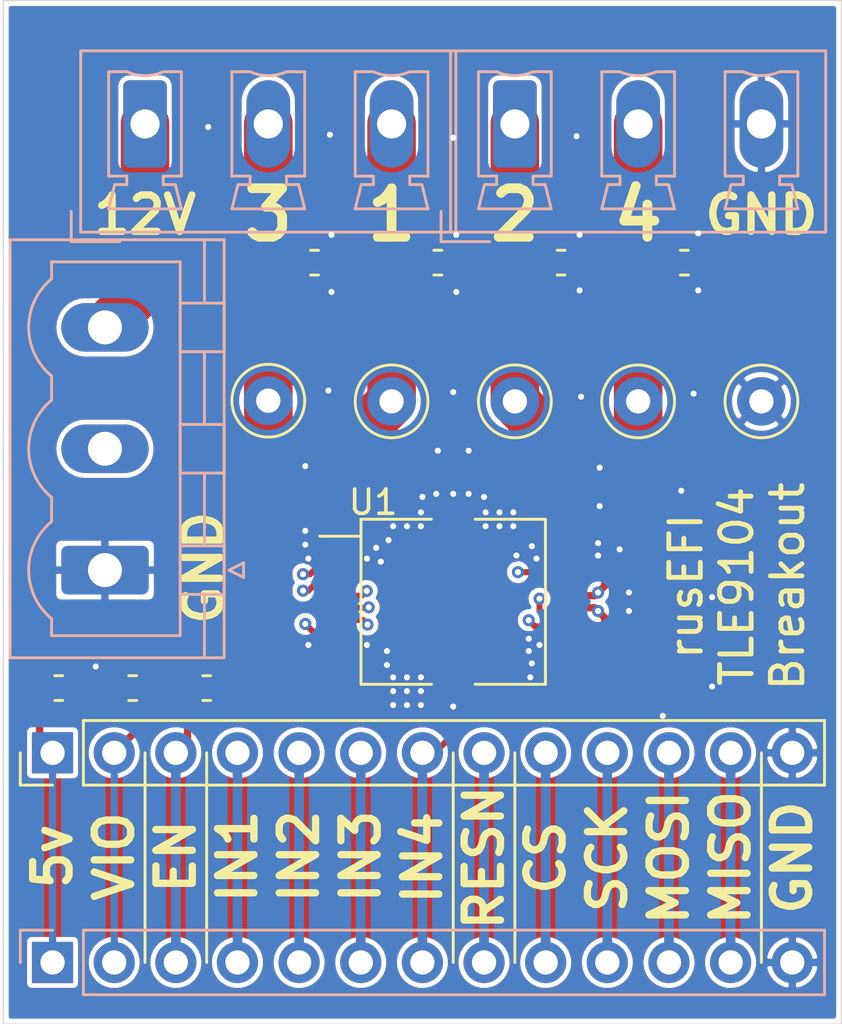
<source format=kicad_pcb>
(kicad_pcb (version 20171130) (host pcbnew "(5.1.5-0-10_14)")
  (layers (0 F.Cu signal) (1 In1.Cu signal) (2 In2.Cu signal) (31 B.Cu signal) (35 F.Paste user hide) (36 B.SilkS user hide) (37 F.SilkS user) (39 F.Mask user hide) (44 Edge.Cuts user))
  (net 0 "")
  (net 1 +5V)
  (net 2 +3V3)
  (net 3 +12V)
  (net 4 "Net-(J5-Pad2)")
  (net 5 GND)
  (net 6 /MISO)
  (net 7 /MOSI)
  (net 8 /SCK)
  (net 9 /CS)
  (net 10 /RESN)
  (net 11 /IN4)
  (net 12 /IN3)
  (net 13 /IN2)
  (net 14 /IN1)
  (net 15 /EN)
  (net 16 /OUT4)
  (net 17 /OUT2)
  (net 18 /OUT1)
  (net 19 /OUT3)
  (module rusefi:PG-DSO-20-88 (layer F.Cu) (at 100.33 67.945 270)
    (fp_text reference U1 (at -4.1 3.3) (layer F.SilkS))
    (fp_text value TLE9104SH)
    (fp_line (start -2.7 3.8) (end -2.7 5.5) (layer F.SilkS) (width 0.12))
    (fp_line (start 3.4 -3.8) (end 3.4 -0.9) (layer F.SilkS) (width 0.12))
    (fp_line (start 3.4 3.8) (end 3.4 0.9) (layer F.SilkS) (width 0.12))
    (fp_line (start -3.4 0.9) (end -3.4 3.8) (layer F.SilkS) (width 0.12))
    (fp_line (start -3.4 -3.8) (end -3.4 -0.9) (layer F.SilkS) (width 0.12))
    (fp_line (start -3.4 3.8) (end 3.4 3.8) (layer F.SilkS) (width 0.12))
    (fp_line (start 3.4 -3.8) (end 2.9 -3.8) (layer F.SilkS) (width 0.12))
    (fp_line (start -3.4 -3.8) (end 3.4 -3.8) (layer F.SilkS) (width 0.12))
    (pad 21 smd rect (at 0 0 270) (size 7.8 1.6) (layers F.Cu F.Paste F.Mask) (net 5 GND))
    (pad 21 smd rect (at 0 0 270) (size 5.1 4.23) (layers F.Cu F.Paste F.Mask) (net 5 GND))
    (pad 10 smd rect (at 2.25 4.775 270) (size 0.3 1.51) (layers F.Cu F.Paste F.Mask) (net 19 /OUT3))
    (pad 11 smd rect (at 2.25 -4.775 270) (size 0.3 1.51) (layers F.Cu F.Paste F.Mask) (net 16 /OUT4))
    (pad 9 smd rect (at 1.75 4.775 270) (size 0.3 1.51) (layers F.Cu F.Paste F.Mask) (net 5 GND))
    (pad 12 smd rect (at 1.75 -4.775 270) (size 0.3 1.51) (layers F.Cu F.Paste F.Mask) (net 5 GND))
    (pad 8 smd rect (at 1.25 4.775 270) (size 0.3 1.51) (layers F.Cu F.Paste F.Mask) (net 8 /SCK))
    (pad 13 smd rect (at 1.25 -4.775 270) (size 0.3 1.51) (layers F.Cu F.Paste F.Mask) (net 10 /RESN))
    (pad 7 smd rect (at 0.75 4.775 270) (size 0.3 1.51) (layers F.Cu F.Paste F.Mask) (net 9 /CS))
    (pad 14 smd rect (at 0.75 -4.775 270) (size 0.3 1.51) (layers F.Cu F.Paste F.Mask) (net 15 /EN))
    (pad 6 smd rect (at 0.25 4.775 270) (size 0.3 1.51) (layers F.Cu F.Paste F.Mask) (net 7 /MOSI))
    (pad 15 smd rect (at 0.25 -4.775 270) (size 0.3 1.51) (layers F.Cu F.Paste F.Mask) (net 2 +3V3))
    (pad 5 smd rect (at -0.25 4.775 270) (size 0.3 1.51) (layers F.Cu F.Paste F.Mask) (net 6 /MISO))
    (pad 16 smd rect (at -0.25 -4.775 270) (size 0.3 1.51) (layers F.Cu F.Paste F.Mask) (net 1 +5V))
    (pad 4 smd rect (at -0.75 4.775 270) (size 0.3 1.51) (layers F.Cu F.Paste F.Mask) (net 12 /IN3))
    (pad 17 smd rect (at -0.75 -4.775 270) (size 0.3 1.51) (layers F.Cu F.Paste F.Mask) (net 11 /IN4))
    (pad 3 smd rect (at -1.25 4.775 270) (size 0.3 1.51) (layers F.Cu F.Paste F.Mask) (net 14 /IN1))
    (pad 18 smd rect (at -1.25 -4.775 270) (size 0.3 1.51) (layers F.Cu F.Paste F.Mask) (net 13 /IN2))
    (pad 2 smd rect (at -1.75 4.775 270) (size 0.3 1.51) (layers F.Cu F.Paste F.Mask) (net 5 GND))
    (pad 19 smd rect (at -1.75 -4.775 270) (size 0.3 1.51) (layers F.Cu F.Paste F.Mask) (net 5 GND))
    (pad 1 smd rect (at -2.25 4.775 270) (size 0.3 1.51) (layers F.Cu F.Paste F.Mask) (net 18 /OUT1))
    (pad 20 smd rect (at -2.25 -4.775 270) (size 0.3 1.51) (layers F.Cu F.Paste F.Mask) (net 17 /OUT2))
  )
  (module TestPoint:TestPoint_Loop_D2.50mm_Drill1.0mm (layer F.Cu) (at 113.03 59.69)
    (fp_text reference TP5 hide)
    (fp_text value TestPoint)
    (fp_circle (center 0 0) (end 1.5 0) (layer F.SilkS) (width 0.12))
    (pad 1 thru_hole circle (at 0 0) (size 2 2) (drill 1) (layers *.Cu *.Mask) (net 5 GND))
  )
  (module Connector_PinHeader_2.54mm:PinHeader_1x13_P2.54mm_Vertical (layer B.Cu) (at 83.82 82.804 270)
    (fp_text reference J4 hide)
    (fp_text value Conn_01x13 hide)
    (fp_line (start -1.33 1.33) (end 0 1.33) (layer B.SilkS) (width 0.12))
    (fp_line (start -1.33 0) (end -1.33 1.33) (layer B.SilkS) (width 0.12))
    (fp_line (start -1.33 -1.27) (end 1.33 -1.27) (layer B.SilkS) (width 0.12))
    (fp_line (start 1.33 -1.27) (end 1.33 -31.81) (layer B.SilkS) (width 0.12))
    (fp_line (start -1.33 -1.27) (end -1.33 -31.81) (layer B.SilkS) (width 0.12))
    (fp_line (start -1.33 -31.81) (end 1.33 -31.81) (layer B.SilkS) (width 0.12))
    (pad 13 thru_hole oval (at 0 -30.48 270) (size 1.7 1.7) (drill 1) (layers *.Cu *.Mask) (net 5 GND))
    (pad 12 thru_hole oval (at 0 -27.94 270) (size 1.7 1.7) (drill 1) (layers *.Cu *.Mask) (net 6 /MISO))
    (pad 11 thru_hole oval (at 0 -25.4 270) (size 1.7 1.7) (drill 1) (layers *.Cu *.Mask) (net 7 /MOSI))
    (pad 10 thru_hole oval (at 0 -22.86 270) (size 1.7 1.7) (drill 1) (layers *.Cu *.Mask) (net 8 /SCK))
    (pad 9 thru_hole oval (at 0 -20.32 270) (size 1.7 1.7) (drill 1) (layers *.Cu *.Mask) (net 9 /CS))
    (pad 8 thru_hole oval (at 0 -17.78 270) (size 1.7 1.7) (drill 1) (layers *.Cu *.Mask) (net 10 /RESN))
    (pad 7 thru_hole oval (at 0 -15.24 270) (size 1.7 1.7) (drill 1) (layers *.Cu *.Mask) (net 11 /IN4))
    (pad 6 thru_hole oval (at 0 -12.7 270) (size 1.7 1.7) (drill 1) (layers *.Cu *.Mask) (net 12 /IN3))
    (pad 5 thru_hole oval (at 0 -10.16 270) (size 1.7 1.7) (drill 1) (layers *.Cu *.Mask) (net 13 /IN2))
    (pad 4 thru_hole oval (at 0 -7.62 270) (size 1.7 1.7) (drill 1) (layers *.Cu *.Mask) (net 14 /IN1))
    (pad 3 thru_hole oval (at 0 -5.08 270) (size 1.7 1.7) (drill 1) (layers *.Cu *.Mask) (net 15 /EN))
    (pad 2 thru_hole oval (at 0 -2.54 270) (size 1.7 1.7) (drill 1) (layers *.Cu *.Mask) (net 2 +3V3))
    (pad 1 thru_hole rect (at 0 0 270) (size 1.7 1.7) (drill 1) (layers *.Cu *.Mask) (net 1 +5V))
  )
  (module Connector_PinHeader_2.54mm:PinHeader_1x13_P2.54mm_Vertical (layer F.Cu) (at 83.82 74.168 90)
    (fp_text reference J1 hide)
    (fp_text value Conn_01x13 hide)
    (fp_line (start -1.33 -1.33) (end 0 -1.33) (layer F.SilkS) (width 0.12))
    (fp_line (start -1.33 0) (end -1.33 -1.33) (layer F.SilkS) (width 0.12))
    (fp_line (start -1.33 1.27) (end 1.33 1.27) (layer F.SilkS) (width 0.12))
    (fp_line (start 1.33 1.27) (end 1.33 31.81) (layer F.SilkS) (width 0.12))
    (fp_line (start -1.33 1.27) (end -1.33 31.81) (layer F.SilkS) (width 0.12))
    (fp_line (start -1.33 31.81) (end 1.33 31.81) (layer F.SilkS) (width 0.12))
    (pad 13 thru_hole oval (at 0 30.48 90) (size 1.7 1.7) (drill 1) (layers *.Cu *.Mask) (net 5 GND))
    (pad 12 thru_hole oval (at 0 27.94 90) (size 1.7 1.7) (drill 1) (layers *.Cu *.Mask) (net 6 /MISO))
    (pad 11 thru_hole oval (at 0 25.4 90) (size 1.7 1.7) (drill 1) (layers *.Cu *.Mask) (net 7 /MOSI))
    (pad 10 thru_hole oval (at 0 22.86 90) (size 1.7 1.7) (drill 1) (layers *.Cu *.Mask) (net 8 /SCK))
    (pad 9 thru_hole oval (at 0 20.32 90) (size 1.7 1.7) (drill 1) (layers *.Cu *.Mask) (net 9 /CS))
    (pad 8 thru_hole oval (at 0 17.78 90) (size 1.7 1.7) (drill 1) (layers *.Cu *.Mask) (net 10 /RESN))
    (pad 7 thru_hole oval (at 0 15.24 90) (size 1.7 1.7) (drill 1) (layers *.Cu *.Mask) (net 11 /IN4))
    (pad 6 thru_hole oval (at 0 12.7 90) (size 1.7 1.7) (drill 1) (layers *.Cu *.Mask) (net 12 /IN3))
    (pad 5 thru_hole oval (at 0 10.16 90) (size 1.7 1.7) (drill 1) (layers *.Cu *.Mask) (net 13 /IN2))
    (pad 4 thru_hole oval (at 0 7.62 90) (size 1.7 1.7) (drill 1) (layers *.Cu *.Mask) (net 14 /IN1))
    (pad 3 thru_hole oval (at 0 5.08 90) (size 1.7 1.7) (drill 1) (layers *.Cu *.Mask) (net 15 /EN))
    (pad 2 thru_hole oval (at 0 2.54 90) (size 1.7 1.7) (drill 1) (layers *.Cu *.Mask) (net 2 +3V3))
    (pad 1 thru_hole rect (at 0 0 90) (size 1.7 1.7) (drill 1) (layers *.Cu *.Mask) (net 1 +5V))
  )
  (module Capacitor_SMD:C_0402_1005Metric (layer F.Cu) (at 107.061 69.088)
    (fp_text reference C8 hide)
    (fp_text value 100n hide)
    (pad 2 smd roundrect (at 0.485 0) (size 0.59 0.64) (layers F.Cu F.Paste F.Mask) (net 5 GND))
    (pad 1 smd roundrect (at -0.485 0) (size 0.59 0.64) (layers F.Cu F.Paste F.Mask) (net 2 +3V3))
  )
  (module Capacitor_SMD:C_0402_1005Metric (layer F.Cu) (at 107.061 66.802)
    (fp_text reference C6 hide)
    (fp_text value 100n hide)
    (pad 2 smd roundrect (at 0.485 0) (size 0.59 0.64) (layers F.Cu F.Paste F.Mask) (net 5 GND))
    (pad 1 smd roundrect (at -0.485 0) (size 0.59 0.64) (layers F.Cu F.Paste F.Mask) (net 1 +5V))
  )
  (module Connector_Phoenix_MC_HighVoltage:PhoenixContact_MCV_1,5_3-G-5.08_1x03_P5.08mm_Vertical (layer B.Cu) (at 102.87 48.26)
    (fp_text reference J3 hide)
    (fp_text value Conn_01x03_Female hide)
    (fp_line (start -3.04 4.85) (end -1.04 4.85) (layer B.SilkS) (width 0.12))
    (fp_line (start -3.04 3.6) (end -3.04 4.85) (layer B.SilkS) (width 0.12))
    (fp_line (start 11.66 -2.15) (end 10.91 -2.15) (layer B.SilkS) (width 0.12))
    (fp_line (start 11.66 2.15) (end 11.66 -2.15) (layer B.SilkS) (width 0.12))
    (fp_line (start 10.91 2.15) (end 11.66 2.15) (layer B.SilkS) (width 0.12))
    (fp_line (start 10.91 2.5) (end 10.91 2.15) (layer B.SilkS) (width 0.12))
    (fp_line (start 11.41 2.5) (end 10.91 2.5) (layer B.SilkS) (width 0.12))
    (fp_line (start 11.66 3.5) (end 11.41 2.5) (layer B.SilkS) (width 0.12))
    (fp_line (start 8.66 3.5) (end 11.66 3.5) (layer B.SilkS) (width 0.12))
    (fp_line (start 8.91 2.5) (end 8.66 3.5) (layer B.SilkS) (width 0.12))
    (fp_line (start 9.41 2.5) (end 8.91 2.5) (layer B.SilkS) (width 0.12))
    (fp_line (start 9.41 2.15) (end 9.41 2.5) (layer B.SilkS) (width 0.12))
    (fp_line (start 8.66 2.15) (end 9.41 2.15) (layer B.SilkS) (width 0.12))
    (fp_line (start 8.66 -2.15) (end 8.66 2.15) (layer B.SilkS) (width 0.12))
    (fp_line (start 9.41 -2.15) (end 8.66 -2.15) (layer B.SilkS) (width 0.12))
    (fp_line (start 6.58 -2.15) (end 5.83 -2.15) (layer B.SilkS) (width 0.12))
    (fp_line (start 6.58 2.15) (end 6.58 -2.15) (layer B.SilkS) (width 0.12))
    (fp_line (start 5.83 2.15) (end 6.58 2.15) (layer B.SilkS) (width 0.12))
    (fp_line (start 5.83 2.5) (end 5.83 2.15) (layer B.SilkS) (width 0.12))
    (fp_line (start 6.33 2.5) (end 5.83 2.5) (layer B.SilkS) (width 0.12))
    (fp_line (start 6.58 3.5) (end 6.33 2.5) (layer B.SilkS) (width 0.12))
    (fp_line (start 3.58 3.5) (end 6.58 3.5) (layer B.SilkS) (width 0.12))
    (fp_line (start 3.83 2.5) (end 3.58 3.5) (layer B.SilkS) (width 0.12))
    (fp_line (start 4.33 2.5) (end 3.83 2.5) (layer B.SilkS) (width 0.12))
    (fp_line (start 4.33 2.15) (end 4.33 2.5) (layer B.SilkS) (width 0.12))
    (fp_line (start 3.58 2.15) (end 4.33 2.15) (layer B.SilkS) (width 0.12))
    (fp_line (start 3.58 -2.15) (end 3.58 2.15) (layer B.SilkS) (width 0.12))
    (fp_line (start 4.33 -2.15) (end 3.58 -2.15) (layer B.SilkS) (width 0.12))
    (fp_line (start 1.5 -2.15) (end 0.75 -2.15) (layer B.SilkS) (width 0.12))
    (fp_line (start 1.5 2.15) (end 1.5 -2.15) (layer B.SilkS) (width 0.12))
    (fp_line (start 0.75 2.15) (end 1.5 2.15) (layer B.SilkS) (width 0.12))
    (fp_line (start 0.75 2.5) (end 0.75 2.15) (layer B.SilkS) (width 0.12))
    (fp_line (start 1.25 2.5) (end 0.75 2.5) (layer B.SilkS) (width 0.12))
    (fp_line (start 1.5 3.5) (end 1.25 2.5) (layer B.SilkS) (width 0.12))
    (fp_line (start -1.5 3.5) (end 1.5 3.5) (layer B.SilkS) (width 0.12))
    (fp_line (start -1.25 2.5) (end -1.5 3.5) (layer B.SilkS) (width 0.12))
    (fp_line (start -0.75 2.5) (end -1.25 2.5) (layer B.SilkS) (width 0.12))
    (fp_line (start -0.75 2.15) (end -0.75 2.5) (layer B.SilkS) (width 0.12))
    (fp_line (start -1.5 2.15) (end -0.75 2.15) (layer B.SilkS) (width 0.12))
    (fp_line (start -1.5 -2.15) (end -1.5 2.15) (layer B.SilkS) (width 0.12))
    (fp_line (start -0.75 -2.15) (end -1.5 -2.15) (layer B.SilkS) (width 0.12))
    (fp_line (start 12.81 4.46) (end -2.65 4.46) (layer B.SilkS) (width 0.12))
    (fp_line (start 12.81 -3.01) (end 12.81 4.46) (layer B.SilkS) (width 0.12))
    (fp_line (start -2.65 -3.01) (end 12.81 -3.01) (layer B.SilkS) (width 0.12))
    (fp_line (start -2.65 4.46) (end -2.65 -3.01) (layer B.SilkS) (width 0.12))
    (fp_arc (start 10.16 -3.85) (end 9.41 -2.15) (angle -47.6) (layer B.SilkS) (width 0.12))
    (fp_arc (start 5.08 -3.85) (end 4.33 -2.15) (angle -47.6) (layer B.SilkS) (width 0.12))
    (fp_arc (start 0 -3.85) (end -0.75 -2.15) (angle -47.6) (layer B.SilkS) (width 0.12))
    (pad 3 thru_hole oval (at 10.16 0) (size 1.8 3.6) (drill 1.2) (layers *.Cu *.Mask) (net 5 GND))
    (pad 2 thru_hole oval (at 5.08 0) (size 1.8 3.6) (drill 1.2) (layers *.Cu *.Mask) (net 16 /OUT4))
    (pad 1 thru_hole roundrect (at 0 0) (size 1.8 3.6) (drill 1.2) (layers *.Cu *.Mask) (roundrect_rratio 0.138889) (net 17 /OUT2))
  )
  (module Connector_Phoenix_MC_HighVoltage:PhoenixContact_MCV_1,5_3-G-5.08_1x03_P5.08mm_Vertical (layer B.Cu) (at 87.63 48.26)
    (fp_text reference J2 hide)
    (fp_text value Conn_01x03_Female hide)
    (fp_line (start -3.04 4.85) (end -1.04 4.85) (layer B.SilkS) (width 0.12))
    (fp_line (start -3.04 3.6) (end -3.04 4.85) (layer B.SilkS) (width 0.12))
    (fp_line (start 11.66 -2.15) (end 10.91 -2.15) (layer B.SilkS) (width 0.12))
    (fp_line (start 11.66 2.15) (end 11.66 -2.15) (layer B.SilkS) (width 0.12))
    (fp_line (start 10.91 2.15) (end 11.66 2.15) (layer B.SilkS) (width 0.12))
    (fp_line (start 10.91 2.5) (end 10.91 2.15) (layer B.SilkS) (width 0.12))
    (fp_line (start 11.41 2.5) (end 10.91 2.5) (layer B.SilkS) (width 0.12))
    (fp_line (start 11.66 3.5) (end 11.41 2.5) (layer B.SilkS) (width 0.12))
    (fp_line (start 8.66 3.5) (end 11.66 3.5) (layer B.SilkS) (width 0.12))
    (fp_line (start 8.91 2.5) (end 8.66 3.5) (layer B.SilkS) (width 0.12))
    (fp_line (start 9.41 2.5) (end 8.91 2.5) (layer B.SilkS) (width 0.12))
    (fp_line (start 9.41 2.15) (end 9.41 2.5) (layer B.SilkS) (width 0.12))
    (fp_line (start 8.66 2.15) (end 9.41 2.15) (layer B.SilkS) (width 0.12))
    (fp_line (start 8.66 -2.15) (end 8.66 2.15) (layer B.SilkS) (width 0.12))
    (fp_line (start 9.41 -2.15) (end 8.66 -2.15) (layer B.SilkS) (width 0.12))
    (fp_line (start 6.58 -2.15) (end 5.83 -2.15) (layer B.SilkS) (width 0.12))
    (fp_line (start 6.58 2.15) (end 6.58 -2.15) (layer B.SilkS) (width 0.12))
    (fp_line (start 5.83 2.15) (end 6.58 2.15) (layer B.SilkS) (width 0.12))
    (fp_line (start 5.83 2.5) (end 5.83 2.15) (layer B.SilkS) (width 0.12))
    (fp_line (start 6.33 2.5) (end 5.83 2.5) (layer B.SilkS) (width 0.12))
    (fp_line (start 6.58 3.5) (end 6.33 2.5) (layer B.SilkS) (width 0.12))
    (fp_line (start 3.58 3.5) (end 6.58 3.5) (layer B.SilkS) (width 0.12))
    (fp_line (start 3.83 2.5) (end 3.58 3.5) (layer B.SilkS) (width 0.12))
    (fp_line (start 4.33 2.5) (end 3.83 2.5) (layer B.SilkS) (width 0.12))
    (fp_line (start 4.33 2.15) (end 4.33 2.5) (layer B.SilkS) (width 0.12))
    (fp_line (start 3.58 2.15) (end 4.33 2.15) (layer B.SilkS) (width 0.12))
    (fp_line (start 3.58 -2.15) (end 3.58 2.15) (layer B.SilkS) (width 0.12))
    (fp_line (start 4.33 -2.15) (end 3.58 -2.15) (layer B.SilkS) (width 0.12))
    (fp_line (start 1.5 -2.15) (end 0.75 -2.15) (layer B.SilkS) (width 0.12))
    (fp_line (start 1.5 2.15) (end 1.5 -2.15) (layer B.SilkS) (width 0.12))
    (fp_line (start 0.75 2.15) (end 1.5 2.15) (layer B.SilkS) (width 0.12))
    (fp_line (start 0.75 2.5) (end 0.75 2.15) (layer B.SilkS) (width 0.12))
    (fp_line (start 1.25 2.5) (end 0.75 2.5) (layer B.SilkS) (width 0.12))
    (fp_line (start 1.5 3.5) (end 1.25 2.5) (layer B.SilkS) (width 0.12))
    (fp_line (start -1.5 3.5) (end 1.5 3.5) (layer B.SilkS) (width 0.12))
    (fp_line (start -1.25 2.5) (end -1.5 3.5) (layer B.SilkS) (width 0.12))
    (fp_line (start -0.75 2.5) (end -1.25 2.5) (layer B.SilkS) (width 0.12))
    (fp_line (start -0.75 2.15) (end -0.75 2.5) (layer B.SilkS) (width 0.12))
    (fp_line (start -1.5 2.15) (end -0.75 2.15) (layer B.SilkS) (width 0.12))
    (fp_line (start -1.5 -2.15) (end -1.5 2.15) (layer B.SilkS) (width 0.12))
    (fp_line (start -0.75 -2.15) (end -1.5 -2.15) (layer B.SilkS) (width 0.12))
    (fp_line (start 12.81 4.46) (end -2.65 4.46) (layer B.SilkS) (width 0.12))
    (fp_line (start 12.81 -3.01) (end 12.81 4.46) (layer B.SilkS) (width 0.12))
    (fp_line (start -2.65 -3.01) (end 12.81 -3.01) (layer B.SilkS) (width 0.12))
    (fp_line (start -2.65 4.46) (end -2.65 -3.01) (layer B.SilkS) (width 0.12))
    (fp_arc (start 10.16 -3.85) (end 9.41 -2.15) (angle -47.6) (layer B.SilkS) (width 0.12))
    (fp_arc (start 5.08 -3.85) (end 4.33 -2.15) (angle -47.6) (layer B.SilkS) (width 0.12))
    (fp_arc (start 0 -3.85) (end -0.75 -2.15) (angle -47.6) (layer B.SilkS) (width 0.12))
    (pad 3 thru_hole oval (at 10.16 0) (size 1.8 3.6) (drill 1.2) (layers *.Cu *.Mask) (net 18 /OUT1))
    (pad 2 thru_hole oval (at 5.08 0) (size 1.8 3.6) (drill 1.2) (layers *.Cu *.Mask) (net 19 /OUT3))
    (pad 1 thru_hole roundrect (at 0 0) (size 1.8 3.6) (drill 1.2) (layers *.Cu *.Mask) (roundrect_rratio 0.138889) (net 3 +12V))
  )
  (module TestPoint:TestPoint_Loop_D2.50mm_Drill1.0mm (layer F.Cu) (at 107.95 59.69)
    (fp_text reference TP4 hide)
    (fp_text value TestPoint hide)
    (fp_circle (center 0 0) (end 1.5 0) (layer F.SilkS) (width 0.12))
    (pad 1 thru_hole circle (at 0 0) (size 2 2) (drill 1) (layers *.Cu *.Mask) (net 16 /OUT4))
  )
  (module TestPoint:TestPoint_Loop_D2.50mm_Drill1.0mm (layer F.Cu) (at 102.87 59.69)
    (fp_text reference TP3 hide)
    (fp_text value TestPoint hide)
    (fp_circle (center 0 0) (end 1.5 0) (layer F.SilkS) (width 0.12))
    (pad 1 thru_hole circle (at 0 0) (size 2 2) (drill 1) (layers *.Cu *.Mask) (net 17 /OUT2))
  )
  (module TestPoint:TestPoint_Loop_D2.50mm_Drill1.0mm (layer F.Cu) (at 97.79 59.69)
    (fp_text reference TP2 hide)
    (fp_text value TestPoint hide)
    (fp_circle (center 0 0) (end 1.5 0) (layer F.SilkS) (width 0.12))
    (pad 1 thru_hole circle (at 0 0) (size 2 2) (drill 1) (layers *.Cu *.Mask) (net 18 /OUT1))
  )
  (module TestPoint:TestPoint_Loop_D2.50mm_Drill1.0mm (layer F.Cu) (at 92.71 59.662)
    (fp_text reference TP1 hide)
    (fp_text value TestPoint hide)
    (fp_circle (center 0 0) (end 1.5 0) (layer F.SilkS) (width 0.12))
    (pad 1 thru_hole circle (at 0 0) (size 2 2) (drill 1) (layers *.Cu *.Mask) (net 19 /OUT3))
  )
  (module Resistor_SMD:R_0603_1608Metric (layer F.Cu) (at 90.17 71.501)
    (fp_text reference R1 hide)
    (fp_text value 1k hide)
    (fp_line (start -0.162779 0.51) (end 0.162779 0.51) (layer F.SilkS) (width 0.12))
    (fp_line (start -0.162779 -0.51) (end 0.162779 -0.51) (layer F.SilkS) (width 0.12))
    (pad 2 smd roundrect (at 0.7875 0) (size 0.875 0.95) (layers F.Cu F.Paste F.Mask) (net 5 GND))
    (pad 1 smd roundrect (at -0.7875 0) (size 0.875 0.95) (layers F.Cu F.Paste F.Mask) (net 15 /EN))
  )
  (module Connector_Phoenix_MSTB:PhoenixContact_MSTBVA_2,5_3-G_1x03_P5.00mm_Vertical (layer B.Cu) (at 85.979 66.642 90)
    (fp_text reference J5 hide)
    (fp_text value Conn_01x03_Female hide)
    (fp_line (start -0.3 5.71) (end 0.3 5.71) (layer B.SilkS) (width 0.12))
    (fp_line (start 0 5.11) (end -0.3 5.71) (layer B.SilkS) (width 0.12))
    (fp_line (start 0.3 5.71) (end 0 5.11) (layer B.SilkS) (width 0.12))
    (fp_line (start 12.7 -2.2) (end 12 -2.2) (layer B.SilkS) (width 0.12))
    (fp_line (start 12.7 3.1) (end 12.7 -2.2) (layer B.SilkS) (width 0.12))
    (fp_line (start -2.7 3.1) (end 12.7 3.1) (layer B.SilkS) (width 0.12))
    (fp_line (start -2.7 -2.2) (end -2.7 3.1) (layer B.SilkS) (width 0.12))
    (fp_line (start -2 -2.2) (end -2.7 -2.2) (layer B.SilkS) (width 0.12))
    (fp_line (start 7 -2.2) (end 8 -2.2) (layer B.SilkS) (width 0.12))
    (fp_line (start 2 -2.2) (end 3 -2.2) (layer B.SilkS) (width 0.12))
    (fp_line (start 11 3.1) (end 9 3.1) (layer B.SilkS) (width 0.12))
    (fp_line (start 11 4.91) (end 11 3.1) (layer B.SilkS) (width 0.12))
    (fp_line (start 9 4.91) (end 11 4.91) (layer B.SilkS) (width 0.12))
    (fp_line (start 9 3.1) (end 9 4.91) (layer B.SilkS) (width 0.12))
    (fp_line (start 6 3.1) (end 4 3.1) (layer B.SilkS) (width 0.12))
    (fp_line (start 6 4.91) (end 6 3.1) (layer B.SilkS) (width 0.12))
    (fp_line (start 4 4.91) (end 6 4.91) (layer B.SilkS) (width 0.12))
    (fp_line (start 4 3.1) (end 4 4.91) (layer B.SilkS) (width 0.12))
    (fp_line (start 1 3.1) (end -1 3.1) (layer B.SilkS) (width 0.12))
    (fp_line (start 1 4.91) (end 1 3.1) (layer B.SilkS) (width 0.12))
    (fp_line (start -1 4.91) (end 1 4.91) (layer B.SilkS) (width 0.12))
    (fp_line (start -1 3.1) (end -1 4.91) (layer B.SilkS) (width 0.12))
    (fp_line (start 6 4.1) (end 9 4.1) (layer B.SilkS) (width 0.12))
    (fp_line (start 1 4.1) (end 4 4.1) (layer B.SilkS) (width 0.12))
    (fp_line (start 13.61 4.1) (end 11.11 4.1) (layer B.SilkS) (width 0.12))
    (fp_line (start -3.61 4.1) (end -1.11 4.1) (layer B.SilkS) (width 0.12))
    (fp_line (start 13.61 4.91) (end -3.61 4.91) (layer B.SilkS) (width 0.12))
    (fp_line (start 13.61 -3.91) (end 13.61 4.91) (layer B.SilkS) (width 0.12))
    (fp_line (start -3.61 -3.91) (end 13.61 -3.91) (layer B.SilkS) (width 0.12))
    (fp_line (start -3.61 4.91) (end -3.61 -3.91) (layer B.SilkS) (width 0.12))
    (fp_arc (start 10 -0.55) (end 8 -2.2) (angle 100.5) (layer B.SilkS) (width 0.12))
    (fp_arc (start 5 -0.55) (end 3 -2.2) (angle 100.5) (layer B.SilkS) (width 0.12))
    (fp_arc (start 0 -0.55) (end -2 -2.2) (angle 100.5) (layer B.SilkS) (width 0.12))
    (pad 3 thru_hole oval (at 10 0 90) (size 2 3.6) (drill 1.4) (layers *.Cu *.Mask) (net 3 +12V))
    (pad 2 thru_hole oval (at 5 0 90) (size 2 3.6) (drill 1.4) (layers *.Cu *.Mask) (net 4 "Net-(J5-Pad2)"))
    (pad 1 thru_hole roundrect (at 0 0 90) (size 2 3.6) (drill 1.4) (layers *.Cu *.Mask) (roundrect_rratio 0.125) (net 5 GND))
  )
  (module Capacitor_SMD:C_0603_1608Metric (layer F.Cu) (at 87.122 71.501 180)
    (fp_text reference C7 hide)
    (fp_text value 1u hide)
    (fp_line (start -0.162779 0.51) (end 0.162779 0.51) (layer F.SilkS) (width 0.12))
    (fp_line (start -0.162779 -0.51) (end 0.162779 -0.51) (layer F.SilkS) (width 0.12))
    (pad 2 smd roundrect (at 0.7875 0 180) (size 0.875 0.95) (layers F.Cu F.Paste F.Mask) (net 5 GND))
    (pad 1 smd roundrect (at -0.7875 0 180) (size 0.875 0.95) (layers F.Cu F.Paste F.Mask) (net 2 +3V3))
  )
  (module Capacitor_SMD:C_0603_1608Metric (layer F.Cu) (at 84.074 71.501)
    (fp_text reference C5 hide)
    (fp_text value 1u hide)
    (fp_line (start -0.162779 0.51) (end 0.162779 0.51) (layer F.SilkS) (width 0.12))
    (fp_line (start -0.162779 -0.51) (end 0.162779 -0.51) (layer F.SilkS) (width 0.12))
    (pad 2 smd roundrect (at 0.7875 0) (size 0.875 0.95) (layers F.Cu F.Paste F.Mask) (net 5 GND))
    (pad 1 smd roundrect (at -0.7875 0) (size 0.875 0.95) (layers F.Cu F.Paste F.Mask) (net 1 +5V))
  )
  (module Capacitor_SMD:C_0603_1608Metric (layer F.Cu) (at 94.615 53.975)
    (fp_text reference C4 hide)
    (fp_text value 22n hide)
    (fp_line (start -0.162779 0.51) (end 0.162779 0.51) (layer F.SilkS) (width 0.12))
    (fp_line (start -0.162779 -0.51) (end 0.162779 -0.51) (layer F.SilkS) (width 0.12))
    (pad 2 smd roundrect (at 0.7875 0) (size 0.875 0.95) (layers F.Cu F.Paste F.Mask) (net 5 GND))
    (pad 1 smd roundrect (at -0.7875 0) (size 0.875 0.95) (layers F.Cu F.Paste F.Mask) (net 19 /OUT3))
  )
  (module Capacitor_SMD:C_0603_1608Metric (layer F.Cu) (at 99.695 53.975)
    (fp_text reference C3 hide)
    (fp_text value 22n hide)
    (fp_line (start -0.162779 0.51) (end 0.162779 0.51) (layer F.SilkS) (width 0.12))
    (fp_line (start -0.162779 -0.51) (end 0.162779 -0.51) (layer F.SilkS) (width 0.12))
    (pad 2 smd roundrect (at 0.7875 0) (size 0.875 0.95) (layers F.Cu F.Paste F.Mask) (net 5 GND))
    (pad 1 smd roundrect (at -0.7875 0) (size 0.875 0.95) (layers F.Cu F.Paste F.Mask) (net 18 /OUT1))
  )
  (module Capacitor_SMD:C_0603_1608Metric (layer F.Cu) (at 104.775 53.975)
    (fp_text reference C2 hide)
    (fp_text value 22n hide)
    (fp_line (start -0.162779 0.51) (end 0.162779 0.51) (layer F.SilkS) (width 0.12))
    (fp_line (start -0.162779 -0.51) (end 0.162779 -0.51) (layer F.SilkS) (width 0.12))
    (pad 2 smd roundrect (at 0.7875 0) (size 0.875 0.95) (layers F.Cu F.Paste F.Mask) (net 5 GND))
    (pad 1 smd roundrect (at -0.7875 0) (size 0.875 0.95) (layers F.Cu F.Paste F.Mask) (net 17 /OUT2))
  )
  (module Capacitor_SMD:C_0603_1608Metric (layer F.Cu) (at 109.855 53.975)
    (fp_text reference C1 hide)
    (fp_text value 22n hide)
    (fp_line (start -0.162779 0.51) (end 0.162779 0.51) (layer F.SilkS) (width 0.12))
    (fp_line (start -0.162779 -0.51) (end 0.162779 -0.51) (layer F.SilkS) (width 0.12))
    (pad 2 smd roundrect (at 0.7875 0) (size 0.875 0.95) (layers F.Cu F.Paste F.Mask) (net 5 GND))
    (pad 1 smd roundrect (at -0.7875 0) (size 0.875 0.95) (layers F.Cu F.Paste F.Mask) (net 16 /OUT4))
  )
  (gr_text "rusEFI\nTLE9104\nBreakout" (at 112.014 67.31 90) (layer F.SilkS) (effects (font (size 1.3 1.3) (thickness 0.2))))
  (gr_line (start 113.03 74.168) (end 113.03 82.804) (layer F.SilkS) (width 0.12))
  (gr_line (start 102.87 74.168) (end 102.87 82.804) (layer F.SilkS) (width 0.12))
  (gr_line (start 100.33 82.804) (end 100.33 74.168) (layer F.SilkS) (width 0.12))
  (gr_line (start 90.17 82.804) (end 90.17 74.168) (layer F.SilkS) (width 0.12))
  (gr_line (start 87.63 74.168) (end 87.63 82.804) (layer F.SilkS) (width 0.12))
  (gr_text 4 (at 107.95 52.0065) (layer F.SilkS) (effects (font (size 2 2) (thickness 0.4))))
  (gr_text 2 (at 102.87 52.0065) (layer F.SilkS) (effects (font (size 2 2) (thickness 0.4))))
  (gr_text 1 (at 97.79 52.0065) (layer F.SilkS) (effects (font (size 2 2) (thickness 0.4))))
  (gr_text 3 (at 92.71 52.0065) (layer F.SilkS) (effects (font (size 2 2) (thickness 0.4))))
  (gr_text GND (at 113.03 52.0065) (layer F.SilkS) (effects (font (size 1.5 1.5) (thickness 0.3))))
  (gr_text 12V (at 87.63 52.0065) (layer F.SilkS) (effects (font (size 1.5 1.5) (thickness 0.3))))
  (gr_text GND (at 90.043 66.548 90) (layer F.SilkS) (effects (font (size 1.5 1.5) (thickness 0.3))))
  (gr_line (start 81.788 43.18) (end 116.332 43.18) (layer Edge.Cuts) (width 0.05))
  (gr_line (start 81.788 85.344) (end 81.788 43.18) (layer Edge.Cuts) (width 0.05))
  (gr_line (start 116.332 85.344) (end 81.788 85.344) (layer Edge.Cuts) (width 0.05))
  (gr_line (start 116.332 43.18) (end 116.332 85.344) (layer Edge.Cuts) (width 0.05))
  (gr_text GND (at 114.3 78.486 90) (layer F.SilkS) (effects (font (size 1.5 1.5) (thickness 0.3))))
  (gr_text 5v (at 83.82 78.4352 90) (layer F.SilkS) (effects (font (size 1.5 1.5) (thickness 0.3))))
  (gr_text VIO (at 86.36 78.4352 90) (layer F.SilkS) (effects (font (size 1.5 1.5) (thickness 0.3))))
  (gr_text EN (at 88.9 78.4352 90) (layer F.SilkS) (effects (font (size 1.5 1.5) (thickness 0.3))))
  (gr_text MISO (at 111.76 78.486 90) (layer F.SilkS) (effects (font (size 1.5 1.5) (thickness 0.3))))
  (gr_text MOSI (at 109.22 78.486 90) (layer F.SilkS) (effects (font (size 1.5 1.5) (thickness 0.3))))
  (gr_text SCK (at 106.68 78.486 90) (layer F.SilkS) (effects (font (size 1.5 1.5) (thickness 0.3))))
  (gr_text CS (at 104.14 78.486 90) (layer F.SilkS) (effects (font (size 1.5 1.5) (thickness 0.3))))
  (gr_text RESN (at 101.6 78.486 90) (layer F.SilkS) (effects (font (size 1.5 1.5) (thickness 0.3))))
  (gr_text IN4 (at 99.06 78.486 90) (layer F.SilkS) (effects (font (size 1.5 1.5) (thickness 0.3))))
  (gr_text IN3 (at 96.52 78.4352 90) (layer F.SilkS) (effects (font (size 1.5 1.5) (thickness 0.3))))
  (gr_text IN2 (at 93.98 78.4352 90) (layer F.SilkS) (effects (font (size 1.5 1.5) (thickness 0.3))))
  (gr_text IN1 (at 91.44 78.4352 90) (layer F.SilkS) (effects (font (size 1.5 1.5) (thickness 0.3))))
  (via (at 106.299 67.564) (size 0.5) (drill 0.25) (layers F.Cu B.Cu) (net 1))
  (segment (start 106.168 67.695) (end 106.299 67.564) (width 0.3) (layer F.Cu) (net 1))
  (segment (start 105.105 67.695) (end 106.168 67.695) (width 0.3) (layer F.Cu) (net 1))
  (segment (start 106.576 67.287) (end 106.299 67.564) (width 0.3) (layer F.Cu) (net 1))
  (segment (start 106.576 66.802) (end 106.576 67.287) (width 0.3) (layer F.Cu) (net 1))
  (segment (start 83.2865 73.6345) (end 83.82 74.168) (width 0.3) (layer F.Cu) (net 1))
  (segment (start 83.2865 71.501) (end 83.2865 73.6345) (width 0.3) (layer F.Cu) (net 1))
  (segment (start 83.82 82.804) (end 83.82 74.168) (width 0.3) (layer B.Cu) (net 1))
  (segment (start 106.168 68.195) (end 106.299 68.326) (width 0.3) (layer F.Cu) (net 2))
  (segment (start 105.105 68.195) (end 106.168 68.195) (width 0.3) (layer F.Cu) (net 2))
  (segment (start 106.576 68.603) (end 106.299 68.326) (width 0.3) (layer F.Cu) (net 2))
  (segment (start 106.576 69.088) (end 106.576 68.603) (width 0.3) (layer F.Cu) (net 2))
  (segment (start 87.9095 72.6185) (end 87.9095 71.501) (width 0.3) (layer F.Cu) (net 2))
  (segment (start 86.36 74.168) (end 87.9095 72.6185) (width 0.3) (layer F.Cu) (net 2))
  (via (at 106.299 68.326) (size 0.5) (drill 0.25) (layers F.Cu B.Cu) (net 2))
  (segment (start 86.36 74.168) (end 86.36 82.804) (width 0.3) (layer B.Cu) (net 2))
  (segment (start 87.63 54.991) (end 85.979 56.642) (width 2) (layer F.Cu) (net 3))
  (segment (start 87.63 48.26) (end 87.63 54.991) (width 2) (layer F.Cu) (net 3))
  (via (at 107.569 67.564) (size 0.5) (drill 0.25) (layers F.Cu B.Cu) (net 5))
  (via (at 107.569 68.326) (size 0.5) (drill 0.25) (layers F.Cu B.Cu) (net 5))
  (via (at 103.759 66.167) (size 0.5) (drill 0.25) (layers F.Cu B.Cu) (net 5))
  (via (at 106.299 66.04) (size 0.5) (drill 0.25) (layers F.Cu B.Cu) (net 5))
  (via (at 96.774 66.167) (size 0.5) (drill 0.25) (layers F.Cu B.Cu) (net 5))
  (via (at 94.361 66.167) (size 0.5) (drill 0.25) (layers F.Cu B.Cu) (net 5))
  (via (at 96.774 69.723) (size 0.5) (drill 0.25) (layers F.Cu B.Cu) (net 5))
  (via (at 94.361 69.723) (size 0.5) (drill 0.25) (layers F.Cu B.Cu) (net 5))
  (via (at 103.886 69.723) (size 0.5) (drill 0.25) (layers F.Cu B.Cu) (net 5))
  (via (at 107.188 65.786) (size 0.5) (drill 0.25) (layers F.Cu B.Cu) (net 5))
  (via (at 105.537 55.118) (size 0.5) (drill 0.25) (layers F.Cu B.Cu) (net 5))
  (via (at 105.537 52.832) (size 0.5) (drill 0.25) (layers F.Cu B.Cu) (net 5))
  (via (at 100.457 52.832) (size 0.5) (drill 0.25) (layers F.Cu B.Cu) (net 5))
  (via (at 100.457 55.1815) (size 0.5) (drill 0.25) (layers F.Cu B.Cu) (net 5))
  (via (at 110.4265 52.7685) (size 0.5) (drill 0.25) (layers F.Cu B.Cu) (net 5))
  (via (at 110.4265 55.118) (size 0.5) (drill 0.25) (layers F.Cu B.Cu) (net 5))
  (via (at 95.3135 55.1815) (size 0.5) (drill 0.25) (layers F.Cu B.Cu) (net 5))
  (via (at 95.3135 52.832) (size 0.5) (drill 0.25) (layers F.Cu B.Cu) (net 5))
  (via (at 94.234 65.5955) (size 0.5) (drill 0.25) (layers F.Cu B.Cu) (net 5))
  (via (at 94.234 65.024) (size 0.5) (drill 0.25) (layers F.Cu B.Cu) (net 5))
  (via (at 97.3455 66.294) (size 0.5) (drill 0.25) (layers F.Cu B.Cu) (net 5))
  (via (at 97.155 65.7225) (size 0.5) (drill 0.25) (layers F.Cu B.Cu) (net 5))
  (via (at 103.5685 65.659) (size 0.5) (drill 0.25) (layers F.Cu B.Cu) (net 5))
  (via (at 106.299 65.532) (size 0.5) (drill 0.25) (layers F.Cu B.Cu) (net 5))
  (via (at 103.4415 69.977) (size 0.5) (drill 0.25) (layers F.Cu B.Cu) (net 5))
  (via (at 103.5685 70.485) (size 0.5) (drill 0.25) (layers F.Cu B.Cu) (net 5))
  (via (at 103.505 71.0565) (size 0.5) (drill 0.25) (layers F.Cu B.Cu) (net 5))
  (via (at 103.4415 69.469) (size 0.5) (drill 0.25) (layers F.Cu B.Cu) (net 5))
  (via (at 97.8535 71.0565) (size 0.5) (drill 0.25) (layers F.Cu B.Cu) (net 5))
  (via (at 98.425 71.0565) (size 0.5) (drill 0.25) (layers F.Cu B.Cu) (net 5))
  (via (at 98.9965 71.0565) (size 0.5) (drill 0.25) (layers F.Cu B.Cu) (net 5))
  (via (at 97.8535 71.628) (size 0.5) (drill 0.25) (layers F.Cu B.Cu) (net 5))
  (via (at 98.425 71.628) (size 0.5) (drill 0.25) (layers F.Cu B.Cu) (net 5))
  (via (at 98.9965 71.628) (size 0.5) (drill 0.25) (layers F.Cu B.Cu) (net 5))
  (via (at 98.9965 72.1995) (size 0.5) (drill 0.25) (layers F.Cu B.Cu) (net 5))
  (via (at 98.425 72.1995) (size 0.5) (drill 0.25) (layers F.Cu B.Cu) (net 5))
  (via (at 97.8535 72.1995) (size 0.5) (drill 0.25) (layers F.Cu B.Cu) (net 5))
  (via (at 97.5995 69.977) (size 0.5) (drill 0.25) (layers F.Cu B.Cu) (net 5))
  (via (at 97.5995 70.5485) (size 0.5) (drill 0.25) (layers F.Cu B.Cu) (net 5))
  (via (at 98.9965 64.8335) (size 0.5) (drill 0.25) (layers F.Cu B.Cu) (net 5))
  (via (at 98.425 64.8335) (size 0.5) (drill 0.25) (layers F.Cu B.Cu) (net 5))
  (via (at 97.8535 64.8335) (size 0.5) (drill 0.25) (layers F.Cu B.Cu) (net 5))
  (via (at 98.9965 64.262) (size 0.5) (drill 0.25) (layers F.Cu B.Cu) (net 5))
  (via (at 97.663 65.405) (size 0.5) (drill 0.25) (layers F.Cu B.Cu) (net 5))
  (via (at 101.6635 64.8335) (size 0.5) (drill 0.25) (layers F.Cu B.Cu) (net 5))
  (via (at 102.235 64.8335) (size 0.5) (drill 0.25) (layers F.Cu B.Cu) (net 5))
  (via (at 102.8065 64.8335) (size 0.5) (drill 0.25) (layers F.Cu B.Cu) (net 5))
  (via (at 101.6635 64.262) (size 0.5) (drill 0.25) (layers F.Cu B.Cu) (net 5))
  (via (at 102.235 64.262) (size 0.5) (drill 0.25) (layers F.Cu B.Cu) (net 5))
  (via (at 102.8065 64.262) (size 0.5) (drill 0.25) (layers F.Cu B.Cu) (net 5))
  (via (at 102.9335 66.04) (size 0.5) (drill 0.25) (layers F.Cu B.Cu) (net 5))
  (via (at 99.06 63.627) (size 0.5) (drill 0.25) (layers F.Cu B.Cu) (net 5))
  (via (at 100.33 63.5) (size 0.5) (drill 0.25) (layers F.Cu B.Cu) (net 5))
  (via (at 99.6315 63.5) (size 0.5) (drill 0.25) (layers F.Cu B.Cu) (net 5))
  (via (at 100.965 63.5) (size 0.5) (drill 0.25) (layers F.Cu B.Cu) (net 5))
  (via (at 101.6 63.627) (size 0.5) (drill 0.25) (layers F.Cu B.Cu) (net 5))
  (via (at 99.695 61.722) (size 0.5) (drill 0.25) (layers F.Cu B.Cu) (net 5))
  (via (at 100.965 61.722) (size 0.5) (drill 0.25) (layers F.Cu B.Cu) (net 5))
  (via (at 105.6005 59.4995) (size 0.5) (drill 0.25) (layers F.Cu B.Cu) (net 5))
  (via (at 95.1865 59.2455) (size 0.5) (drill 0.25) (layers F.Cu B.Cu) (net 5))
  (via (at 106.3625 62.4205) (size 0.5) (drill 0.25) (layers F.Cu B.Cu) (net 5))
  (via (at 94.234 62.357) (size 0.5) (drill 0.25) (layers F.Cu B.Cu) (net 5))
  (via (at 100.33 48.8315) (size 0.5) (drill 0.25) (layers F.Cu B.Cu) (net 5))
  (via (at 95.25 48.7045) (size 0.5) (drill 0.25) (layers F.Cu B.Cu) (net 5))
  (via (at 105.41 48.768) (size 0.5) (drill 0.25) (layers F.Cu B.Cu) (net 5))
  (via (at 90.2335 48.387) (size 0.5) (drill 0.25) (layers F.Cu B.Cu) (net 5))
  (via (at 85.598 70.612) (size 0.5) (drill 0.25) (layers F.Cu B.Cu) (net 5))
  (via (at 110.998 71.4375) (size 0.5) (drill 0.25) (layers F.Cu B.Cu) (net 5))
  (via (at 110.998 67.7545) (size 0.5) (drill 0.25) (layers F.Cu B.Cu) (net 5))
  (via (at 109.728 63.373) (size 0.5) (drill 0.25) (layers F.Cu B.Cu) (net 5))
  (via (at 110.236 59.3725) (size 0.5) (drill 0.25) (layers F.Cu B.Cu) (net 5))
  (via (at 100.33 59.309) (size 0.5) (drill 0.25) (layers F.Cu B.Cu) (net 5))
  (via (at 106.3625 64.008) (size 0.5) (drill 0.25) (layers F.Cu B.Cu) (net 5))
  (via (at 100.33 72.263) (size 0.5) (drill 0.25) (layers F.Cu B.Cu) (net 5))
  (via (at 108.966 72.644) (size 0.5) (drill 0.25) (layers F.Cu B.Cu) (net 5))
  (via (at 96.765857 67.49885) (size 0.5) (drill 0.25) (layers F.Cu B.Cu) (net 6))
  (segment (start 96.75615 67.49885) (end 96.765857 67.49885) (width 0.25) (layer F.Cu) (net 6))
  (segment (start 96.56 67.695) (end 96.75615 67.49885) (width 0.25) (layer F.Cu) (net 6))
  (segment (start 95.555 67.695) (end 96.56 67.695) (width 0.25) (layer F.Cu) (net 6))
  (segment (start 111.76 74.168) (end 111.76 82.804) (width 0.4) (layer B.Cu) (net 6))
  (segment (start 96.8288 68.195) (end 96.8502 68.1736) (width 0.25) (layer F.Cu) (net 7))
  (via (at 96.8502 68.1736) (size 0.5) (drill 0.25) (layers F.Cu B.Cu) (net 7))
  (segment (start 95.555 68.195) (end 96.8288 68.195) (width 0.25) (layer F.Cu) (net 7))
  (segment (start 109.22 82.804) (end 109.22 74.168) (width 0.4) (layer B.Cu) (net 7))
  (via (at 94.234 68.8594) (size 0.5) (drill 0.25) (layers F.Cu B.Cu) (net 8))
  (segment (start 94.5696 69.195) (end 94.234 68.8594) (width 0.25) (layer F.Cu) (net 8))
  (segment (start 95.555 69.195) (end 94.5696 69.195) (width 0.25) (layer F.Cu) (net 8))
  (segment (start 106.68 74.168) (end 106.68 82.804) (width 0.4) (layer B.Cu) (net 8))
  (segment (start 96.7994 68.8848) (end 96.6096 68.695) (width 0.25) (layer F.Cu) (net 9))
  (segment (start 96.6096 68.695) (end 95.555 68.695) (width 0.25) (layer F.Cu) (net 9))
  (via (at 96.7994 68.8848) (size 0.5) (drill 0.25) (layers F.Cu B.Cu) (net 9))
  (segment (start 104.14 82.804) (end 104.14 74.168) (width 0.4) (layer B.Cu) (net 9))
  (segment (start 101.6 74.168) (end 101.6 82.804) (width 0.4) (layer B.Cu) (net 10))
  (via (at 103.4415 68.707) (size 0.5) (drill 0.25) (layers F.Cu B.Cu) (net 10))
  (segment (start 105.105 69.195) (end 104.12 69.195) (width 0.25) (layer F.Cu) (net 10))
  (segment (start 104.12 69.195) (end 103.886 68.961) (width 0.25) (layer F.Cu) (net 10))
  (segment (start 103.6955 68.961) (end 103.4415 68.707) (width 0.25) (layer F.Cu) (net 10))
  (segment (start 103.886 68.961) (end 103.6955 68.961) (width 0.25) (layer F.Cu) (net 10))
  (segment (start 99.06 74.168) (end 99.568 74.168) (width 0.25) (layer F.Cu) (net 11))
  (segment (start 99.568 74.168) (end 100.838 72.898) (width 0.25) (layer F.Cu) (net 11))
  (segment (start 100.838 72.898) (end 102.108 72.898) (width 0.25) (layer F.Cu) (net 11))
  (segment (start 102.108 72.898) (end 102.87 72.136) (width 0.25) (layer F.Cu) (net 11))
  (segment (start 102.87 72.136) (end 102.87 67.691) (width 0.25) (layer F.Cu) (net 11))
  (segment (start 103.366 67.195) (end 105.105 67.195) (width 0.25) (layer F.Cu) (net 11))
  (segment (start 102.87 67.691) (end 103.366 67.195) (width 0.25) (layer F.Cu) (net 11))
  (segment (start 99.06 82.804) (end 99.06 74.168) (width 0.4) (layer B.Cu) (net 11))
  (via (at 94.14 67.490089) (size 0.5) (drill 0.25) (layers F.Cu B.Cu) (net 12))
  (segment (start 94.658125 67.195) (end 94.363036 67.490089) (width 0.25) (layer F.Cu) (net 12))
  (segment (start 94.363036 67.490089) (end 94.14 67.490089) (width 0.25) (layer F.Cu) (net 12))
  (segment (start 95.555 67.195) (end 94.658125 67.195) (width 0.25) (layer F.Cu) (net 12))
  (segment (start 96.52 74.168) (end 96.52 82.804) (width 0.4) (layer B.Cu) (net 12))
  (segment (start 105.105 66.695) (end 104.0692 66.695) (width 0.25) (layer F.Cu) (net 13))
  (segment (start 104.0384 66.7258) (end 102.997 66.7258) (width 0.25) (layer F.Cu) (net 13))
  (via (at 102.997 66.7258) (size 0.5) (drill 0.25) (layers F.Cu B.Cu) (net 13))
  (segment (start 104.0692 66.695) (end 104.0384 66.7258) (width 0.25) (layer F.Cu) (net 13))
  (segment (start 93.98 82.804) (end 93.98 74.168) (width 0.4) (layer B.Cu) (net 13))
  (via (at 94.14 66.810086) (size 0.5) (drill 0.25) (layers F.Cu B.Cu) (net 14))
  (segment (start 94.434914 66.810086) (end 94.14 66.810086) (width 0.25) (layer F.Cu) (net 14))
  (segment (start 94.55 66.695) (end 94.434914 66.810086) (width 0.25) (layer F.Cu) (net 14))
  (segment (start 95.555 66.695) (end 94.55 66.695) (width 0.25) (layer F.Cu) (net 14))
  (segment (start 91.44 74.168) (end 91.44 82.804) (width 0.4) (layer B.Cu) (net 14))
  (segment (start 88.9 75.370081) (end 88.9 82.804) (width 0.4) (layer B.Cu) (net 15))
  (segment (start 88.9 74.168) (end 88.9 75.370081) (width 0.4) (layer B.Cu) (net 15))
  (segment (start 105.105 68.695) (end 104.255 68.695) (width 0.25) (layer F.Cu) (net 15))
  (via (at 103.886 67.818) (size 0.5) (drill 0.25) (layers F.Cu B.Cu) (net 15))
  (segment (start 103.886 68.326) (end 103.886 67.818) (width 0.25) (layer F.Cu) (net 15))
  (segment (start 104.255 68.695) (end 103.886 68.326) (width 0.25) (layer F.Cu) (net 15))
  (segment (start 89.3825 73.6855) (end 88.9 74.168) (width 0.3) (layer F.Cu) (net 15))
  (segment (start 89.3825 71.501) (end 89.3825 73.6855) (width 0.3) (layer F.Cu) (net 15))
  (segment (start 107.95 53.975) (end 108.585 53.975) (width 2) (layer F.Cu) (net 16))
  (segment (start 107.95 48.26) (end 107.95 53.975) (width 2) (layer F.Cu) (net 16))
  (segment (start 107.95 53.975) (end 107.95 59.69) (width 2) (layer F.Cu) (net 16))
  (segment (start 105.029 71.12) (end 104.521 70.612) (width 1) (layer F.Cu) (net 16))
  (segment (start 107.95 64.262) (end 107.95 59.69) (width 2) (layer F.Cu) (net 16))
  (segment (start 109.22 65.532) (end 107.95 64.262) (width 2) (layer F.Cu) (net 16))
  (segment (start 109.22 70.739) (end 109.22 65.532) (width 2) (layer F.Cu) (net 16))
  (segment (start 108.839 71.12) (end 109.22 70.739) (width 2) (layer F.Cu) (net 16))
  (segment (start 105.029 71.12) (end 108.839 71.12) (width 2) (layer F.Cu) (net 16))
  (segment (start 102.87 53.975) (end 103.505 53.975) (width 2) (layer F.Cu) (net 17))
  (segment (start 102.87 48.26) (end 102.87 53.975) (width 2) (layer F.Cu) (net 17))
  (segment (start 102.87 53.975) (end 102.87 59.69) (width 2) (layer F.Cu) (net 17))
  (segment (start 104.775 64.77) (end 105.283 65.278) (width 1) (layer F.Cu) (net 17))
  (segment (start 104.775 61.595) (end 102.87 59.69) (width 2) (layer F.Cu) (net 17))
  (segment (start 104.775 64.77) (end 104.775 61.595) (width 2) (layer F.Cu) (net 17))
  (segment (start 97.79 53.975) (end 98.425 53.975) (width 2) (layer F.Cu) (net 18))
  (segment (start 97.79 48.26) (end 97.79 53.975) (width 2) (layer F.Cu) (net 18))
  (segment (start 97.79 53.975) (end 97.79 59.69) (width 2) (layer F.Cu) (net 18))
  (segment (start 95.758 64.77) (end 95.25 65.278) (width 1) (layer F.Cu) (net 18))
  (segment (start 96.790001 60.689999) (end 97.79 59.69) (width 2) (layer F.Cu) (net 18))
  (segment (start 95.758 61.722) (end 96.790001 60.689999) (width 2) (layer F.Cu) (net 18))
  (segment (start 95.758 64.77) (end 95.758 61.722) (width 2) (layer F.Cu) (net 18))
  (segment (start 92.71 53.975) (end 93.345 53.975) (width 2) (layer F.Cu) (net 19))
  (segment (start 92.71 48.26) (end 92.71 53.975) (width 2) (layer F.Cu) (net 19))
  (segment (start 92.71 53.975) (end 92.71 59.662) (width 2) (layer F.Cu) (net 19))
  (segment (start 92.71 59.662) (end 92.71 70.104) (width 2) (layer F.Cu) (net 19))
  (segment (start 95.555 70.195) (end 95.555 70.917) (width 0.3) (layer F.Cu) (net 19))
  (segment (start 95.555 70.917) (end 95.885 71.247) (width 0.3) (layer F.Cu) (net 19))
  (segment (start 93.853 71.247) (end 95.885 71.247) (width 2) (layer F.Cu) (net 19))
  (segment (start 92.71 70.104) (end 93.853 71.247) (width 2) (layer F.Cu) (net 19))
  (zone (net 5) (net_name GND) (layer F.Cu) (connect_pads (clearance 0.2)) (min_thickness 0.2) (fill yes (arc_segments 32) (thermal_gap 0.21) (thermal_bridge_width 0.3))
    (polygon (pts (xy 116.332 85.344) (xy 81.788 85.344) (xy 81.788 43.18) (xy 116.332 43.18)))
  )
  (zone (net 5) (net_name GND) (layer B.Cu) (connect_pads (clearance 0.2)) (min_thickness 0.2) (fill yes (arc_segments 32) (thermal_gap 0.21) (thermal_bridge_width 0.3))
    (polygon (pts (xy 116.332 85.344) (xy 81.788 85.344) (xy 81.788 43.18) (xy 116.332 43.18)))
  )
)
</source>
